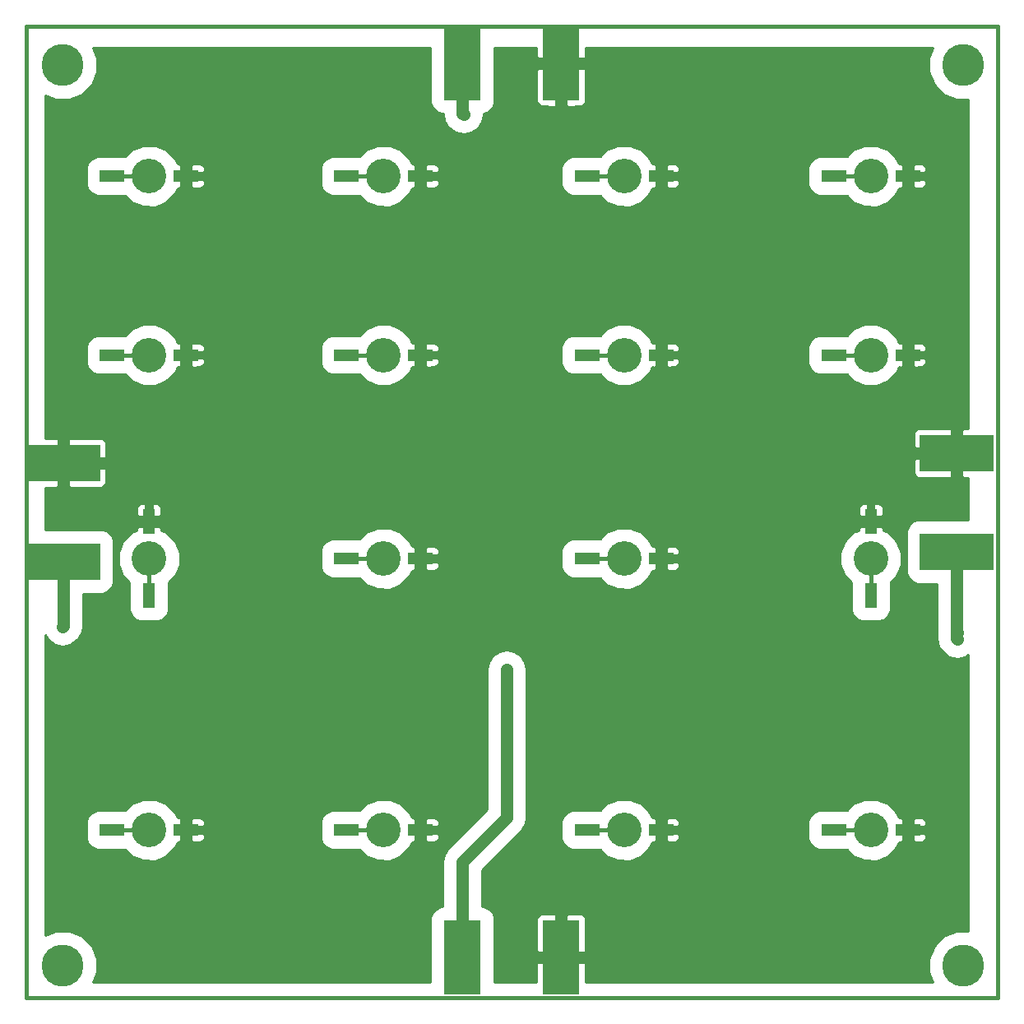
<source format=gbl>
G04 (created by PCBNEW-RS274X (2011-nov-30)-testing) date Sun 19 Aug 2012 05:26:13 PM EDT*
%MOIN*%
G04 Gerber Fmt 3.4, Leading zero omitted, Abs format*
%FSLAX34Y34*%
G01*
G70*
G90*
G04 APERTURE LIST*
%ADD10C,0.006*%
%ADD11C,0.015*%
%ADD12R,0.1X0.05*%
%ADD13C,0.14*%
%ADD14C,0.17*%
%ADD15R,0.3X0.15*%
%ADD16R,0.15X0.3*%
%ADD17R,0.05X0.1*%
%ADD18C,0.035*%
%ADD19C,0.05*%
%ADD20C,0.01*%
G04 APERTURE END LIST*
G54D10*
G54D11*
X24Y-53D02*
X24Y39317D01*
X39394Y-53D02*
X24Y-53D01*
X39394Y39317D02*
X39394Y-53D01*
X24Y39317D02*
X39394Y39317D01*
X3500Y6750D02*
X4290Y6750D01*
X32750Y6750D02*
X33540Y6750D01*
X22750Y26000D02*
X23540Y26000D01*
X32750Y26000D02*
X33540Y26000D01*
X13000Y17750D02*
X13790Y17750D01*
X22750Y17750D02*
X23540Y17750D01*
X3500Y33250D02*
X4290Y33250D01*
X22750Y33250D02*
X23540Y33250D01*
X13000Y33250D02*
X13790Y33250D01*
X32750Y33250D02*
X33540Y33250D01*
X13000Y6750D02*
X13790Y6750D01*
X22750Y6750D02*
X23540Y6750D01*
X5000Y16250D02*
X5000Y17040D01*
X34250Y16250D02*
X34250Y17040D01*
X3500Y26000D02*
X4290Y26000D01*
X13000Y26000D02*
X13790Y26000D01*
G54D12*
X6500Y6750D03*
G54D13*
X5000Y6750D03*
G54D12*
X3500Y6750D03*
X35750Y6750D03*
G54D13*
X34250Y6750D03*
G54D12*
X32750Y6750D03*
X25750Y26000D03*
G54D13*
X24250Y26000D03*
G54D12*
X22750Y26000D03*
G54D14*
X1500Y1250D03*
X38000Y1250D03*
X38000Y37750D03*
X1500Y37750D03*
G54D12*
X35750Y26000D03*
G54D13*
X34250Y26000D03*
G54D12*
X32750Y26000D03*
X16000Y17750D03*
G54D13*
X14500Y17750D03*
G54D12*
X13000Y17750D03*
X25750Y17750D03*
G54D13*
X24250Y17750D03*
G54D12*
X22750Y17750D03*
X6500Y33250D03*
G54D13*
X5000Y33250D03*
G54D12*
X3500Y33250D03*
X25750Y33250D03*
G54D13*
X24250Y33250D03*
G54D12*
X22750Y33250D03*
X16000Y33250D03*
G54D13*
X14500Y33250D03*
G54D12*
X13000Y33250D03*
X35750Y33250D03*
G54D13*
X34250Y33250D03*
G54D12*
X32750Y33250D03*
X16000Y6750D03*
G54D13*
X14500Y6750D03*
G54D12*
X13000Y6750D03*
G54D15*
X37744Y22026D03*
X37744Y18026D03*
G54D16*
X21709Y1596D03*
X17709Y1596D03*
X21709Y37817D03*
X17709Y37817D03*
G54D15*
X1524Y21632D03*
X1524Y17632D03*
G54D12*
X25750Y6750D03*
G54D13*
X24250Y6750D03*
G54D12*
X22750Y6750D03*
G54D17*
X5000Y19250D03*
G54D13*
X5000Y17750D03*
G54D17*
X5000Y16250D03*
X34250Y19250D03*
G54D13*
X34250Y17750D03*
G54D17*
X34250Y16250D03*
G54D12*
X6500Y26000D03*
G54D13*
X5000Y26000D03*
G54D12*
X3500Y26000D03*
X16000Y26000D03*
G54D13*
X14500Y26000D03*
G54D12*
X13000Y26000D03*
G54D18*
X19500Y13250D03*
X37750Y14500D03*
X17750Y35750D03*
X1500Y15000D03*
G54D19*
X17709Y1596D02*
X17709Y5459D01*
X19500Y7250D02*
X19500Y13250D01*
X17709Y5459D02*
X19500Y7250D01*
X37744Y15250D02*
X37744Y14506D01*
X37744Y14506D02*
X37750Y14500D01*
X37744Y18026D02*
X37744Y15250D01*
X37744Y15250D02*
X37744Y14756D01*
X37744Y14756D02*
X37750Y14750D01*
X17709Y37817D02*
X17709Y35791D01*
X17709Y35791D02*
X17750Y35750D01*
X1524Y17632D02*
X1524Y15024D01*
X1524Y15024D02*
X1500Y15000D01*
G54D10*
G36*
X38200Y2650D02*
X37723Y2650D01*
X37208Y2437D01*
X36814Y2044D01*
X36601Y1530D01*
X36600Y973D01*
X36765Y572D01*
X36500Y572D01*
X36500Y6563D01*
X36500Y6937D01*
X36499Y6951D01*
X36499Y7050D01*
X36461Y7141D01*
X36391Y7211D01*
X36299Y7249D01*
X36012Y7250D01*
X35950Y7188D01*
X35950Y6875D01*
X36438Y6875D01*
X36500Y6937D01*
X36500Y6563D01*
X36438Y6625D01*
X35950Y6625D01*
X35950Y6312D01*
X36012Y6250D01*
X36299Y6251D01*
X36391Y6289D01*
X36461Y6359D01*
X36499Y6450D01*
X36499Y6549D01*
X36500Y6563D01*
X36500Y572D01*
X35550Y572D01*
X35550Y6312D01*
X35550Y6500D01*
X35550Y6625D01*
X35550Y6875D01*
X35550Y7000D01*
X35550Y7188D01*
X35550Y25562D01*
X35550Y25750D01*
X35550Y25875D01*
X35550Y26125D01*
X35550Y26250D01*
X35550Y26438D01*
X35550Y32812D01*
X35550Y33000D01*
X35550Y33125D01*
X35550Y33375D01*
X35550Y33500D01*
X35550Y33688D01*
X35488Y33750D01*
X35395Y33750D01*
X35310Y33957D01*
X34959Y34309D01*
X34500Y34499D01*
X34003Y34500D01*
X33543Y34310D01*
X33281Y34049D01*
X33141Y34049D01*
X32141Y34049D01*
X31939Y33965D01*
X31785Y33811D01*
X31701Y33609D01*
X31701Y33391D01*
X31701Y32891D01*
X31785Y32689D01*
X31939Y32535D01*
X32141Y32451D01*
X32359Y32451D01*
X33281Y32451D01*
X33541Y32191D01*
X34000Y32001D01*
X34497Y32000D01*
X34957Y32190D01*
X35309Y32541D01*
X35395Y32751D01*
X35488Y32750D01*
X35550Y32812D01*
X35550Y26438D01*
X35488Y26500D01*
X35395Y26500D01*
X35310Y26707D01*
X34959Y27059D01*
X34500Y27249D01*
X34003Y27250D01*
X33543Y27060D01*
X33281Y26799D01*
X33141Y26799D01*
X32141Y26799D01*
X31939Y26715D01*
X31785Y26561D01*
X31701Y26359D01*
X31701Y26141D01*
X31701Y25641D01*
X31785Y25439D01*
X31939Y25285D01*
X32141Y25201D01*
X32359Y25201D01*
X33281Y25201D01*
X33541Y24941D01*
X34000Y24751D01*
X34497Y24750D01*
X34957Y24940D01*
X35309Y25291D01*
X35395Y25501D01*
X35488Y25500D01*
X35550Y25562D01*
X35550Y7188D01*
X35500Y7238D01*
X35500Y17997D01*
X35310Y18457D01*
X34959Y18809D01*
X34749Y18896D01*
X34750Y18988D01*
X34750Y19512D01*
X34749Y19799D01*
X34711Y19891D01*
X34641Y19961D01*
X34550Y19999D01*
X34451Y19999D01*
X34437Y20000D01*
X34375Y19938D01*
X34375Y19450D01*
X34688Y19450D01*
X34750Y19512D01*
X34750Y18988D01*
X34688Y19050D01*
X34500Y19050D01*
X34375Y19050D01*
X34125Y19050D01*
X34125Y19450D01*
X34125Y19938D01*
X34063Y20000D01*
X34049Y19999D01*
X33950Y19999D01*
X33859Y19961D01*
X33789Y19891D01*
X33751Y19799D01*
X33750Y19512D01*
X33812Y19450D01*
X34125Y19450D01*
X34125Y19050D01*
X34000Y19050D01*
X33812Y19050D01*
X33750Y18988D01*
X33750Y18896D01*
X33543Y18810D01*
X33191Y18459D01*
X33001Y18000D01*
X33000Y17503D01*
X33190Y17043D01*
X33451Y16782D01*
X33451Y16641D01*
X33451Y15641D01*
X33535Y15439D01*
X33689Y15285D01*
X33891Y15201D01*
X34109Y15201D01*
X34609Y15201D01*
X34811Y15285D01*
X34965Y15439D01*
X35049Y15641D01*
X35049Y15859D01*
X35049Y16782D01*
X35309Y17041D01*
X35499Y17500D01*
X35500Y17997D01*
X35500Y7238D01*
X35488Y7250D01*
X35395Y7250D01*
X35310Y7457D01*
X34959Y7809D01*
X34500Y7999D01*
X34003Y8000D01*
X33543Y7810D01*
X33281Y7549D01*
X33141Y7549D01*
X32141Y7549D01*
X31939Y7465D01*
X31785Y7311D01*
X31701Y7109D01*
X31701Y6891D01*
X31701Y6391D01*
X31785Y6189D01*
X31939Y6035D01*
X32141Y5951D01*
X32359Y5951D01*
X33281Y5951D01*
X33541Y5691D01*
X34000Y5501D01*
X34497Y5500D01*
X34957Y5690D01*
X35309Y6041D01*
X35395Y6251D01*
X35488Y6250D01*
X35550Y6312D01*
X35550Y572D01*
X26500Y572D01*
X26500Y6563D01*
X26500Y6937D01*
X26500Y17563D01*
X26500Y17937D01*
X26500Y25813D01*
X26500Y26187D01*
X26500Y33063D01*
X26500Y33437D01*
X26499Y33451D01*
X26499Y33550D01*
X26461Y33641D01*
X26391Y33711D01*
X26299Y33749D01*
X26012Y33750D01*
X25950Y33688D01*
X25950Y33375D01*
X26438Y33375D01*
X26500Y33437D01*
X26500Y33063D01*
X26438Y33125D01*
X25950Y33125D01*
X25950Y32812D01*
X26012Y32750D01*
X26299Y32751D01*
X26391Y32789D01*
X26461Y32859D01*
X26499Y32950D01*
X26499Y33049D01*
X26500Y33063D01*
X26500Y26187D01*
X26499Y26201D01*
X26499Y26300D01*
X26461Y26391D01*
X26391Y26461D01*
X26299Y26499D01*
X26012Y26500D01*
X25950Y26438D01*
X25950Y26125D01*
X26438Y26125D01*
X26500Y26187D01*
X26500Y25813D01*
X26438Y25875D01*
X25950Y25875D01*
X25950Y25562D01*
X26012Y25500D01*
X26299Y25501D01*
X26391Y25539D01*
X26461Y25609D01*
X26499Y25700D01*
X26499Y25799D01*
X26500Y25813D01*
X26500Y17937D01*
X26499Y17951D01*
X26499Y18050D01*
X26461Y18141D01*
X26391Y18211D01*
X26299Y18249D01*
X26012Y18250D01*
X25950Y18188D01*
X25950Y17875D01*
X26438Y17875D01*
X26500Y17937D01*
X26500Y17563D01*
X26438Y17625D01*
X25950Y17625D01*
X25950Y17312D01*
X26012Y17250D01*
X26299Y17251D01*
X26391Y17289D01*
X26461Y17359D01*
X26499Y17450D01*
X26499Y17549D01*
X26500Y17563D01*
X26500Y6937D01*
X26499Y6951D01*
X26499Y7050D01*
X26461Y7141D01*
X26391Y7211D01*
X26299Y7249D01*
X26012Y7250D01*
X25950Y7188D01*
X25950Y6875D01*
X26438Y6875D01*
X26500Y6937D01*
X26500Y6563D01*
X26438Y6625D01*
X25950Y6625D01*
X25950Y6312D01*
X26012Y6250D01*
X26299Y6251D01*
X26391Y6289D01*
X26461Y6359D01*
X26499Y6450D01*
X26499Y6549D01*
X26500Y6563D01*
X26500Y572D01*
X25550Y572D01*
X25550Y6312D01*
X25550Y6500D01*
X25550Y6625D01*
X25550Y6875D01*
X25550Y7000D01*
X25550Y7188D01*
X25550Y17312D01*
X25550Y17500D01*
X25550Y17625D01*
X25550Y17875D01*
X25550Y18000D01*
X25550Y18188D01*
X25550Y25562D01*
X25550Y25750D01*
X25550Y25875D01*
X25550Y26125D01*
X25550Y26250D01*
X25550Y26438D01*
X25550Y32812D01*
X25550Y33000D01*
X25550Y33125D01*
X25550Y33375D01*
X25550Y33500D01*
X25550Y33688D01*
X25488Y33750D01*
X25395Y33750D01*
X25310Y33957D01*
X24959Y34309D01*
X24500Y34499D01*
X24003Y34500D01*
X23543Y34310D01*
X23281Y34049D01*
X23141Y34049D01*
X22709Y34049D01*
X22709Y37555D01*
X22647Y37617D01*
X21909Y37617D01*
X21909Y36129D01*
X21971Y36067D01*
X22508Y36068D01*
X22600Y36106D01*
X22670Y36176D01*
X22708Y36267D01*
X22708Y36366D01*
X22709Y37555D01*
X22709Y34049D01*
X22141Y34049D01*
X21939Y33965D01*
X21785Y33811D01*
X21701Y33609D01*
X21701Y33391D01*
X21701Y32891D01*
X21785Y32689D01*
X21939Y32535D01*
X22141Y32451D01*
X22359Y32451D01*
X23281Y32451D01*
X23541Y32191D01*
X24000Y32001D01*
X24497Y32000D01*
X24957Y32190D01*
X25309Y32541D01*
X25395Y32751D01*
X25488Y32750D01*
X25550Y32812D01*
X25550Y26438D01*
X25488Y26500D01*
X25395Y26500D01*
X25310Y26707D01*
X24959Y27059D01*
X24500Y27249D01*
X24003Y27250D01*
X23543Y27060D01*
X23281Y26799D01*
X23141Y26799D01*
X22141Y26799D01*
X21939Y26715D01*
X21785Y26561D01*
X21701Y26359D01*
X21701Y26141D01*
X21701Y25641D01*
X21785Y25439D01*
X21939Y25285D01*
X22141Y25201D01*
X22359Y25201D01*
X23281Y25201D01*
X23541Y24941D01*
X24000Y24751D01*
X24497Y24750D01*
X24957Y24940D01*
X25309Y25291D01*
X25395Y25501D01*
X25488Y25500D01*
X25550Y25562D01*
X25550Y18188D01*
X25488Y18250D01*
X25395Y18250D01*
X25310Y18457D01*
X24959Y18809D01*
X24500Y18999D01*
X24003Y19000D01*
X23543Y18810D01*
X23281Y18549D01*
X23141Y18549D01*
X22141Y18549D01*
X21939Y18465D01*
X21785Y18311D01*
X21701Y18109D01*
X21701Y17891D01*
X21701Y17391D01*
X21785Y17189D01*
X21939Y17035D01*
X22141Y16951D01*
X22359Y16951D01*
X23281Y16951D01*
X23541Y16691D01*
X24000Y16501D01*
X24497Y16500D01*
X24957Y16690D01*
X25309Y17041D01*
X25395Y17251D01*
X25488Y17250D01*
X25550Y17312D01*
X25550Y7188D01*
X25488Y7250D01*
X25395Y7250D01*
X25310Y7457D01*
X24959Y7809D01*
X24500Y7999D01*
X24003Y8000D01*
X23543Y7810D01*
X23281Y7549D01*
X23141Y7549D01*
X22141Y7549D01*
X21939Y7465D01*
X21785Y7311D01*
X21701Y7109D01*
X21701Y6891D01*
X21701Y6391D01*
X21785Y6189D01*
X21939Y6035D01*
X22141Y5951D01*
X22359Y5951D01*
X23281Y5951D01*
X23541Y5691D01*
X24000Y5501D01*
X24497Y5500D01*
X24957Y5690D01*
X25309Y6041D01*
X25395Y6251D01*
X25488Y6250D01*
X25550Y6312D01*
X25550Y572D01*
X22708Y572D01*
X22709Y1334D01*
X22709Y1858D01*
X22708Y3047D01*
X22708Y3146D01*
X22670Y3237D01*
X22600Y3307D01*
X22508Y3345D01*
X21971Y3346D01*
X21909Y3284D01*
X21909Y1796D01*
X22647Y1796D01*
X22709Y1858D01*
X22709Y1334D01*
X22647Y1396D01*
X21959Y1396D01*
X21909Y1396D01*
X21509Y1396D01*
X21509Y1796D01*
X21509Y3284D01*
X21509Y36129D01*
X21509Y37617D01*
X20771Y37617D01*
X20709Y37555D01*
X20710Y36366D01*
X20710Y36267D01*
X20748Y36176D01*
X20818Y36106D01*
X20910Y36068D01*
X21447Y36067D01*
X21509Y36129D01*
X21509Y3284D01*
X21447Y3346D01*
X20910Y3345D01*
X20818Y3307D01*
X20748Y3237D01*
X20710Y3146D01*
X20710Y3047D01*
X20709Y1858D01*
X20771Y1796D01*
X21509Y1796D01*
X21509Y1396D01*
X21459Y1396D01*
X20771Y1396D01*
X20709Y1334D01*
X20709Y572D01*
X19008Y572D01*
X19008Y3205D01*
X18924Y3407D01*
X18770Y3561D01*
X18568Y3645D01*
X18509Y3645D01*
X18509Y5128D01*
X20063Y6683D01*
X20065Y6684D01*
X20066Y6684D01*
X20238Y6943D01*
X20239Y6944D01*
X20287Y7188D01*
X20300Y7249D01*
X20299Y7250D01*
X20300Y7250D01*
X20300Y13250D01*
X20239Y13556D01*
X20066Y13816D01*
X19806Y13989D01*
X19500Y14050D01*
X19194Y13989D01*
X18934Y13816D01*
X18761Y13556D01*
X18700Y13250D01*
X18700Y7582D01*
X17143Y6025D01*
X16970Y5765D01*
X16909Y5459D01*
X16909Y3645D01*
X16850Y3645D01*
X16750Y3604D01*
X16750Y6563D01*
X16750Y6937D01*
X16750Y17563D01*
X16750Y17937D01*
X16750Y25813D01*
X16750Y26187D01*
X16750Y33063D01*
X16750Y33437D01*
X16749Y33451D01*
X16749Y33550D01*
X16711Y33641D01*
X16641Y33711D01*
X16549Y33749D01*
X16262Y33750D01*
X16200Y33688D01*
X16200Y33375D01*
X16688Y33375D01*
X16750Y33437D01*
X16750Y33063D01*
X16688Y33125D01*
X16200Y33125D01*
X16200Y32812D01*
X16262Y32750D01*
X16549Y32751D01*
X16641Y32789D01*
X16711Y32859D01*
X16749Y32950D01*
X16749Y33049D01*
X16750Y33063D01*
X16750Y26187D01*
X16749Y26201D01*
X16749Y26300D01*
X16711Y26391D01*
X16641Y26461D01*
X16549Y26499D01*
X16262Y26500D01*
X16200Y26438D01*
X16200Y26125D01*
X16688Y26125D01*
X16750Y26187D01*
X16750Y25813D01*
X16688Y25875D01*
X16200Y25875D01*
X16200Y25562D01*
X16262Y25500D01*
X16549Y25501D01*
X16641Y25539D01*
X16711Y25609D01*
X16749Y25700D01*
X16749Y25799D01*
X16750Y25813D01*
X16750Y17937D01*
X16749Y17951D01*
X16749Y18050D01*
X16711Y18141D01*
X16641Y18211D01*
X16549Y18249D01*
X16262Y18250D01*
X16200Y18188D01*
X16200Y17875D01*
X16688Y17875D01*
X16750Y17937D01*
X16750Y17563D01*
X16688Y17625D01*
X16200Y17625D01*
X16200Y17312D01*
X16262Y17250D01*
X16549Y17251D01*
X16641Y17289D01*
X16711Y17359D01*
X16749Y17450D01*
X16749Y17549D01*
X16750Y17563D01*
X16750Y6937D01*
X16749Y6951D01*
X16749Y7050D01*
X16711Y7141D01*
X16641Y7211D01*
X16549Y7249D01*
X16262Y7250D01*
X16200Y7188D01*
X16200Y6875D01*
X16688Y6875D01*
X16750Y6937D01*
X16750Y6563D01*
X16688Y6625D01*
X16200Y6625D01*
X16200Y6312D01*
X16262Y6250D01*
X16549Y6251D01*
X16641Y6289D01*
X16711Y6359D01*
X16749Y6450D01*
X16749Y6549D01*
X16750Y6563D01*
X16750Y3604D01*
X16648Y3561D01*
X16494Y3407D01*
X16410Y3205D01*
X16410Y2987D01*
X16410Y572D01*
X15800Y572D01*
X15800Y6312D01*
X15800Y6500D01*
X15800Y6625D01*
X15800Y6875D01*
X15800Y7000D01*
X15800Y7188D01*
X15800Y17312D01*
X15800Y17500D01*
X15800Y17625D01*
X15800Y17875D01*
X15800Y18000D01*
X15800Y18188D01*
X15800Y25562D01*
X15800Y25750D01*
X15800Y25875D01*
X15800Y26125D01*
X15800Y26250D01*
X15800Y26438D01*
X15800Y32812D01*
X15800Y33000D01*
X15800Y33125D01*
X15800Y33375D01*
X15800Y33500D01*
X15800Y33688D01*
X15738Y33750D01*
X15645Y33750D01*
X15560Y33957D01*
X15209Y34309D01*
X14750Y34499D01*
X14253Y34500D01*
X13793Y34310D01*
X13531Y34049D01*
X13391Y34049D01*
X12391Y34049D01*
X12189Y33965D01*
X12035Y33811D01*
X11951Y33609D01*
X11951Y33391D01*
X11951Y32891D01*
X12035Y32689D01*
X12189Y32535D01*
X12391Y32451D01*
X12609Y32451D01*
X13531Y32451D01*
X13791Y32191D01*
X14250Y32001D01*
X14747Y32000D01*
X15207Y32190D01*
X15559Y32541D01*
X15645Y32751D01*
X15738Y32750D01*
X15800Y32812D01*
X15800Y26438D01*
X15738Y26500D01*
X15645Y26500D01*
X15560Y26707D01*
X15209Y27059D01*
X14750Y27249D01*
X14253Y27250D01*
X13793Y27060D01*
X13531Y26799D01*
X13391Y26799D01*
X12391Y26799D01*
X12189Y26715D01*
X12035Y26561D01*
X11951Y26359D01*
X11951Y26141D01*
X11951Y25641D01*
X12035Y25439D01*
X12189Y25285D01*
X12391Y25201D01*
X12609Y25201D01*
X13531Y25201D01*
X13791Y24941D01*
X14250Y24751D01*
X14747Y24750D01*
X15207Y24940D01*
X15559Y25291D01*
X15645Y25501D01*
X15738Y25500D01*
X15800Y25562D01*
X15800Y18188D01*
X15738Y18250D01*
X15645Y18250D01*
X15560Y18457D01*
X15209Y18809D01*
X14750Y18999D01*
X14253Y19000D01*
X13793Y18810D01*
X13531Y18549D01*
X13391Y18549D01*
X12391Y18549D01*
X12189Y18465D01*
X12035Y18311D01*
X11951Y18109D01*
X11951Y17891D01*
X11951Y17391D01*
X12035Y17189D01*
X12189Y17035D01*
X12391Y16951D01*
X12609Y16951D01*
X13531Y16951D01*
X13791Y16691D01*
X14250Y16501D01*
X14747Y16500D01*
X15207Y16690D01*
X15559Y17041D01*
X15645Y17251D01*
X15738Y17250D01*
X15800Y17312D01*
X15800Y7188D01*
X15738Y7250D01*
X15645Y7250D01*
X15560Y7457D01*
X15209Y7809D01*
X14750Y7999D01*
X14253Y8000D01*
X13793Y7810D01*
X13531Y7549D01*
X13391Y7549D01*
X12391Y7549D01*
X12189Y7465D01*
X12035Y7311D01*
X11951Y7109D01*
X11951Y6891D01*
X11951Y6391D01*
X12035Y6189D01*
X12189Y6035D01*
X12391Y5951D01*
X12609Y5951D01*
X13531Y5951D01*
X13791Y5691D01*
X14250Y5501D01*
X14747Y5500D01*
X15207Y5690D01*
X15559Y6041D01*
X15645Y6251D01*
X15738Y6250D01*
X15800Y6312D01*
X15800Y572D01*
X7250Y572D01*
X7250Y6563D01*
X7250Y6937D01*
X7250Y25813D01*
X7250Y26187D01*
X7250Y33063D01*
X7250Y33437D01*
X7249Y33451D01*
X7249Y33550D01*
X7211Y33641D01*
X7141Y33711D01*
X7049Y33749D01*
X6762Y33750D01*
X6700Y33688D01*
X6700Y33375D01*
X7188Y33375D01*
X7250Y33437D01*
X7250Y33063D01*
X7188Y33125D01*
X6700Y33125D01*
X6700Y32812D01*
X6762Y32750D01*
X7049Y32751D01*
X7141Y32789D01*
X7211Y32859D01*
X7249Y32950D01*
X7249Y33049D01*
X7250Y33063D01*
X7250Y26187D01*
X7249Y26201D01*
X7249Y26300D01*
X7211Y26391D01*
X7141Y26461D01*
X7049Y26499D01*
X6762Y26500D01*
X6700Y26438D01*
X6700Y26125D01*
X7188Y26125D01*
X7250Y26187D01*
X7250Y25813D01*
X7188Y25875D01*
X6700Y25875D01*
X6700Y25562D01*
X6762Y25500D01*
X7049Y25501D01*
X7141Y25539D01*
X7211Y25609D01*
X7249Y25700D01*
X7249Y25799D01*
X7250Y25813D01*
X7250Y6937D01*
X7249Y6951D01*
X7249Y7050D01*
X7211Y7141D01*
X7141Y7211D01*
X7049Y7249D01*
X6762Y7250D01*
X6700Y7188D01*
X6700Y6875D01*
X7188Y6875D01*
X7250Y6937D01*
X7250Y6563D01*
X7188Y6625D01*
X6700Y6625D01*
X6700Y6312D01*
X6762Y6250D01*
X7049Y6251D01*
X7141Y6289D01*
X7211Y6359D01*
X7249Y6450D01*
X7249Y6549D01*
X7250Y6563D01*
X7250Y572D01*
X6300Y572D01*
X6300Y6312D01*
X6300Y6500D01*
X6300Y6625D01*
X6300Y6875D01*
X6300Y7000D01*
X6300Y7188D01*
X6300Y25562D01*
X6300Y25750D01*
X6300Y25875D01*
X6300Y26125D01*
X6300Y26250D01*
X6300Y26438D01*
X6300Y32812D01*
X6300Y33000D01*
X6300Y33125D01*
X6300Y33375D01*
X6300Y33500D01*
X6300Y33688D01*
X6238Y33750D01*
X6145Y33750D01*
X6060Y33957D01*
X5709Y34309D01*
X5250Y34499D01*
X4753Y34500D01*
X4293Y34310D01*
X4031Y34049D01*
X3891Y34049D01*
X2891Y34049D01*
X2689Y33965D01*
X2535Y33811D01*
X2451Y33609D01*
X2451Y33391D01*
X2451Y32891D01*
X2535Y32689D01*
X2689Y32535D01*
X2891Y32451D01*
X3109Y32451D01*
X4031Y32451D01*
X4291Y32191D01*
X4750Y32001D01*
X5247Y32000D01*
X5707Y32190D01*
X6059Y32541D01*
X6145Y32751D01*
X6238Y32750D01*
X6300Y32812D01*
X6300Y26438D01*
X6238Y26500D01*
X6145Y26500D01*
X6060Y26707D01*
X5709Y27059D01*
X5250Y27249D01*
X4753Y27250D01*
X4293Y27060D01*
X4031Y26799D01*
X3891Y26799D01*
X2891Y26799D01*
X2689Y26715D01*
X2535Y26561D01*
X2451Y26359D01*
X2451Y26141D01*
X2451Y25641D01*
X2535Y25439D01*
X2689Y25285D01*
X2891Y25201D01*
X3109Y25201D01*
X4031Y25201D01*
X4291Y24941D01*
X4750Y24751D01*
X5247Y24750D01*
X5707Y24940D01*
X6059Y25291D01*
X6145Y25501D01*
X6238Y25500D01*
X6300Y25562D01*
X6300Y7188D01*
X6250Y7238D01*
X6250Y17997D01*
X6060Y18457D01*
X5709Y18809D01*
X5499Y18896D01*
X5500Y18988D01*
X5500Y19512D01*
X5499Y19799D01*
X5461Y19891D01*
X5391Y19961D01*
X5300Y19999D01*
X5201Y19999D01*
X5187Y20000D01*
X5125Y19938D01*
X5125Y19450D01*
X5438Y19450D01*
X5500Y19512D01*
X5500Y18988D01*
X5438Y19050D01*
X5250Y19050D01*
X5125Y19050D01*
X4875Y19050D01*
X4875Y19450D01*
X4875Y19938D01*
X4813Y20000D01*
X4799Y19999D01*
X4700Y19999D01*
X4609Y19961D01*
X4539Y19891D01*
X4501Y19799D01*
X4500Y19512D01*
X4562Y19450D01*
X4875Y19450D01*
X4875Y19050D01*
X4750Y19050D01*
X4562Y19050D01*
X4500Y18988D01*
X4500Y18896D01*
X4293Y18810D01*
X3941Y18459D01*
X3751Y18000D01*
X3750Y17503D01*
X3940Y17043D01*
X4201Y16782D01*
X4201Y16641D01*
X4201Y15641D01*
X4285Y15439D01*
X4439Y15285D01*
X4641Y15201D01*
X4859Y15201D01*
X5359Y15201D01*
X5561Y15285D01*
X5715Y15439D01*
X5799Y15641D01*
X5799Y15859D01*
X5799Y16782D01*
X6059Y17041D01*
X6249Y17500D01*
X6250Y17997D01*
X6250Y7238D01*
X6238Y7250D01*
X6145Y7250D01*
X6060Y7457D01*
X5709Y7809D01*
X5250Y7999D01*
X4753Y8000D01*
X4293Y7810D01*
X4031Y7549D01*
X3891Y7549D01*
X2891Y7549D01*
X2689Y7465D01*
X2535Y7311D01*
X2451Y7109D01*
X2451Y6891D01*
X2451Y6391D01*
X2535Y6189D01*
X2689Y6035D01*
X2891Y5951D01*
X3109Y5951D01*
X4031Y5951D01*
X4291Y5691D01*
X4750Y5501D01*
X5247Y5500D01*
X5707Y5690D01*
X6059Y6041D01*
X6145Y6251D01*
X6238Y6250D01*
X6300Y6312D01*
X6300Y572D01*
X2734Y572D01*
X2899Y970D01*
X2900Y1527D01*
X2687Y2042D01*
X2294Y2436D01*
X1780Y2649D01*
X1223Y2650D01*
X800Y2476D01*
X800Y14636D01*
X934Y14434D01*
X1194Y14261D01*
X1500Y14200D01*
X1806Y14261D01*
X2066Y14434D01*
X2087Y14457D01*
X2089Y14458D01*
X2090Y14458D01*
X2262Y14717D01*
X2263Y14718D01*
X2311Y14962D01*
X2324Y15023D01*
X2323Y15024D01*
X2324Y15024D01*
X2324Y16333D01*
X3133Y16333D01*
X3335Y16417D01*
X3489Y16571D01*
X3573Y16773D01*
X3573Y16991D01*
X3573Y18491D01*
X3489Y18693D01*
X3335Y18847D01*
X3274Y18873D01*
X3274Y21370D01*
X3274Y21894D01*
X3273Y22431D01*
X3235Y22523D01*
X3165Y22593D01*
X3074Y22631D01*
X2975Y22631D01*
X1786Y22632D01*
X1724Y22570D01*
X1724Y21832D01*
X3212Y21832D01*
X3274Y21894D01*
X3274Y21370D01*
X3212Y21432D01*
X1724Y21432D01*
X1724Y20694D01*
X1786Y20632D01*
X2975Y20633D01*
X3074Y20633D01*
X3165Y20671D01*
X3235Y20741D01*
X3273Y20833D01*
X3274Y21370D01*
X3274Y18873D01*
X3133Y18931D01*
X2915Y18931D01*
X800Y18931D01*
X800Y20633D01*
X1262Y20632D01*
X1324Y20694D01*
X1324Y21382D01*
X1324Y21432D01*
X1324Y21832D01*
X1324Y21882D01*
X1324Y22570D01*
X1262Y22632D01*
X800Y22632D01*
X800Y36526D01*
X1220Y36351D01*
X1777Y36350D01*
X2292Y36563D01*
X2686Y36956D01*
X2899Y37470D01*
X2900Y38027D01*
X2725Y38450D01*
X16410Y38450D01*
X16410Y36208D01*
X16494Y36006D01*
X16648Y35852D01*
X16850Y35768D01*
X16913Y35768D01*
X16970Y35485D01*
X17143Y35225D01*
X17184Y35185D01*
X17443Y35012D01*
X17749Y34950D01*
X18055Y35012D01*
X18315Y35185D01*
X18488Y35445D01*
X18550Y35751D01*
X18546Y35768D01*
X18568Y35768D01*
X18770Y35852D01*
X18924Y36006D01*
X19008Y36208D01*
X19008Y36426D01*
X19008Y38450D01*
X20709Y38450D01*
X20709Y38079D01*
X20771Y38017D01*
X21459Y38017D01*
X21509Y38017D01*
X21909Y38017D01*
X21959Y38017D01*
X22647Y38017D01*
X22709Y38079D01*
X22708Y38450D01*
X36775Y38450D01*
X36601Y38030D01*
X36600Y37473D01*
X36813Y36958D01*
X37206Y36564D01*
X37720Y36351D01*
X38200Y36351D01*
X38200Y23026D01*
X38006Y23026D01*
X37944Y22964D01*
X37944Y22276D01*
X37944Y22226D01*
X37944Y21826D01*
X37944Y21776D01*
X37944Y21088D01*
X38006Y21026D01*
X38200Y21027D01*
X38200Y19325D01*
X37544Y19325D01*
X37544Y21088D01*
X37544Y21826D01*
X37544Y22226D01*
X37544Y22964D01*
X37482Y23026D01*
X36500Y23026D01*
X36500Y25813D01*
X36500Y26187D01*
X36500Y33063D01*
X36500Y33437D01*
X36499Y33451D01*
X36499Y33550D01*
X36461Y33641D01*
X36391Y33711D01*
X36299Y33749D01*
X36012Y33750D01*
X35950Y33688D01*
X35950Y33375D01*
X36438Y33375D01*
X36500Y33437D01*
X36500Y33063D01*
X36438Y33125D01*
X35950Y33125D01*
X35950Y32812D01*
X36012Y32750D01*
X36299Y32751D01*
X36391Y32789D01*
X36461Y32859D01*
X36499Y32950D01*
X36499Y33049D01*
X36500Y33063D01*
X36500Y26187D01*
X36499Y26201D01*
X36499Y26300D01*
X36461Y26391D01*
X36391Y26461D01*
X36299Y26499D01*
X36012Y26500D01*
X35950Y26438D01*
X35950Y26125D01*
X36438Y26125D01*
X36500Y26187D01*
X36500Y25813D01*
X36438Y25875D01*
X35950Y25875D01*
X35950Y25562D01*
X36012Y25500D01*
X36299Y25501D01*
X36391Y25539D01*
X36461Y25609D01*
X36499Y25700D01*
X36499Y25799D01*
X36500Y25813D01*
X36500Y23026D01*
X36293Y23025D01*
X36194Y23025D01*
X36103Y22987D01*
X36033Y22917D01*
X35995Y22825D01*
X35994Y22288D01*
X36056Y22226D01*
X37544Y22226D01*
X37544Y21826D01*
X36056Y21826D01*
X35994Y21764D01*
X35995Y21227D01*
X36033Y21135D01*
X36103Y21065D01*
X36194Y21027D01*
X36293Y21027D01*
X37482Y21026D01*
X37544Y21088D01*
X37544Y19325D01*
X36135Y19325D01*
X35933Y19241D01*
X35779Y19087D01*
X35695Y18885D01*
X35695Y18667D01*
X35695Y17167D01*
X35779Y16965D01*
X35933Y16811D01*
X36135Y16727D01*
X36353Y16727D01*
X36944Y16727D01*
X36944Y15250D01*
X36944Y14756D01*
X36944Y14506D01*
X37005Y14200D01*
X37178Y13940D01*
X37184Y13935D01*
X37443Y13761D01*
X37750Y13700D01*
X38056Y13761D01*
X38200Y13858D01*
X38200Y2650D01*
X38200Y2650D01*
G37*
G54D20*
X38200Y2650D02*
X37723Y2650D01*
X37208Y2437D01*
X36814Y2044D01*
X36601Y1530D01*
X36600Y973D01*
X36765Y572D01*
X36500Y572D01*
X36500Y6563D01*
X36500Y6937D01*
X36499Y6951D01*
X36499Y7050D01*
X36461Y7141D01*
X36391Y7211D01*
X36299Y7249D01*
X36012Y7250D01*
X35950Y7188D01*
X35950Y6875D01*
X36438Y6875D01*
X36500Y6937D01*
X36500Y6563D01*
X36438Y6625D01*
X35950Y6625D01*
X35950Y6312D01*
X36012Y6250D01*
X36299Y6251D01*
X36391Y6289D01*
X36461Y6359D01*
X36499Y6450D01*
X36499Y6549D01*
X36500Y6563D01*
X36500Y572D01*
X35550Y572D01*
X35550Y6312D01*
X35550Y6500D01*
X35550Y6625D01*
X35550Y6875D01*
X35550Y7000D01*
X35550Y7188D01*
X35550Y25562D01*
X35550Y25750D01*
X35550Y25875D01*
X35550Y26125D01*
X35550Y26250D01*
X35550Y26438D01*
X35550Y32812D01*
X35550Y33000D01*
X35550Y33125D01*
X35550Y33375D01*
X35550Y33500D01*
X35550Y33688D01*
X35488Y33750D01*
X35395Y33750D01*
X35310Y33957D01*
X34959Y34309D01*
X34500Y34499D01*
X34003Y34500D01*
X33543Y34310D01*
X33281Y34049D01*
X33141Y34049D01*
X32141Y34049D01*
X31939Y33965D01*
X31785Y33811D01*
X31701Y33609D01*
X31701Y33391D01*
X31701Y32891D01*
X31785Y32689D01*
X31939Y32535D01*
X32141Y32451D01*
X32359Y32451D01*
X33281Y32451D01*
X33541Y32191D01*
X34000Y32001D01*
X34497Y32000D01*
X34957Y32190D01*
X35309Y32541D01*
X35395Y32751D01*
X35488Y32750D01*
X35550Y32812D01*
X35550Y26438D01*
X35488Y26500D01*
X35395Y26500D01*
X35310Y26707D01*
X34959Y27059D01*
X34500Y27249D01*
X34003Y27250D01*
X33543Y27060D01*
X33281Y26799D01*
X33141Y26799D01*
X32141Y26799D01*
X31939Y26715D01*
X31785Y26561D01*
X31701Y26359D01*
X31701Y26141D01*
X31701Y25641D01*
X31785Y25439D01*
X31939Y25285D01*
X32141Y25201D01*
X32359Y25201D01*
X33281Y25201D01*
X33541Y24941D01*
X34000Y24751D01*
X34497Y24750D01*
X34957Y24940D01*
X35309Y25291D01*
X35395Y25501D01*
X35488Y25500D01*
X35550Y25562D01*
X35550Y7188D01*
X35500Y7238D01*
X35500Y17997D01*
X35310Y18457D01*
X34959Y18809D01*
X34749Y18896D01*
X34750Y18988D01*
X34750Y19512D01*
X34749Y19799D01*
X34711Y19891D01*
X34641Y19961D01*
X34550Y19999D01*
X34451Y19999D01*
X34437Y20000D01*
X34375Y19938D01*
X34375Y19450D01*
X34688Y19450D01*
X34750Y19512D01*
X34750Y18988D01*
X34688Y19050D01*
X34500Y19050D01*
X34375Y19050D01*
X34125Y19050D01*
X34125Y19450D01*
X34125Y19938D01*
X34063Y20000D01*
X34049Y19999D01*
X33950Y19999D01*
X33859Y19961D01*
X33789Y19891D01*
X33751Y19799D01*
X33750Y19512D01*
X33812Y19450D01*
X34125Y19450D01*
X34125Y19050D01*
X34000Y19050D01*
X33812Y19050D01*
X33750Y18988D01*
X33750Y18896D01*
X33543Y18810D01*
X33191Y18459D01*
X33001Y18000D01*
X33000Y17503D01*
X33190Y17043D01*
X33451Y16782D01*
X33451Y16641D01*
X33451Y15641D01*
X33535Y15439D01*
X33689Y15285D01*
X33891Y15201D01*
X34109Y15201D01*
X34609Y15201D01*
X34811Y15285D01*
X34965Y15439D01*
X35049Y15641D01*
X35049Y15859D01*
X35049Y16782D01*
X35309Y17041D01*
X35499Y17500D01*
X35500Y17997D01*
X35500Y7238D01*
X35488Y7250D01*
X35395Y7250D01*
X35310Y7457D01*
X34959Y7809D01*
X34500Y7999D01*
X34003Y8000D01*
X33543Y7810D01*
X33281Y7549D01*
X33141Y7549D01*
X32141Y7549D01*
X31939Y7465D01*
X31785Y7311D01*
X31701Y7109D01*
X31701Y6891D01*
X31701Y6391D01*
X31785Y6189D01*
X31939Y6035D01*
X32141Y5951D01*
X32359Y5951D01*
X33281Y5951D01*
X33541Y5691D01*
X34000Y5501D01*
X34497Y5500D01*
X34957Y5690D01*
X35309Y6041D01*
X35395Y6251D01*
X35488Y6250D01*
X35550Y6312D01*
X35550Y572D01*
X26500Y572D01*
X26500Y6563D01*
X26500Y6937D01*
X26500Y17563D01*
X26500Y17937D01*
X26500Y25813D01*
X26500Y26187D01*
X26500Y33063D01*
X26500Y33437D01*
X26499Y33451D01*
X26499Y33550D01*
X26461Y33641D01*
X26391Y33711D01*
X26299Y33749D01*
X26012Y33750D01*
X25950Y33688D01*
X25950Y33375D01*
X26438Y33375D01*
X26500Y33437D01*
X26500Y33063D01*
X26438Y33125D01*
X25950Y33125D01*
X25950Y32812D01*
X26012Y32750D01*
X26299Y32751D01*
X26391Y32789D01*
X26461Y32859D01*
X26499Y32950D01*
X26499Y33049D01*
X26500Y33063D01*
X26500Y26187D01*
X26499Y26201D01*
X26499Y26300D01*
X26461Y26391D01*
X26391Y26461D01*
X26299Y26499D01*
X26012Y26500D01*
X25950Y26438D01*
X25950Y26125D01*
X26438Y26125D01*
X26500Y26187D01*
X26500Y25813D01*
X26438Y25875D01*
X25950Y25875D01*
X25950Y25562D01*
X26012Y25500D01*
X26299Y25501D01*
X26391Y25539D01*
X26461Y25609D01*
X26499Y25700D01*
X26499Y25799D01*
X26500Y25813D01*
X26500Y17937D01*
X26499Y17951D01*
X26499Y18050D01*
X26461Y18141D01*
X26391Y18211D01*
X26299Y18249D01*
X26012Y18250D01*
X25950Y18188D01*
X25950Y17875D01*
X26438Y17875D01*
X26500Y17937D01*
X26500Y17563D01*
X26438Y17625D01*
X25950Y17625D01*
X25950Y17312D01*
X26012Y17250D01*
X26299Y17251D01*
X26391Y17289D01*
X26461Y17359D01*
X26499Y17450D01*
X26499Y17549D01*
X26500Y17563D01*
X26500Y6937D01*
X26499Y6951D01*
X26499Y7050D01*
X26461Y7141D01*
X26391Y7211D01*
X26299Y7249D01*
X26012Y7250D01*
X25950Y7188D01*
X25950Y6875D01*
X26438Y6875D01*
X26500Y6937D01*
X26500Y6563D01*
X26438Y6625D01*
X25950Y6625D01*
X25950Y6312D01*
X26012Y6250D01*
X26299Y6251D01*
X26391Y6289D01*
X26461Y6359D01*
X26499Y6450D01*
X26499Y6549D01*
X26500Y6563D01*
X26500Y572D01*
X25550Y572D01*
X25550Y6312D01*
X25550Y6500D01*
X25550Y6625D01*
X25550Y6875D01*
X25550Y7000D01*
X25550Y7188D01*
X25550Y17312D01*
X25550Y17500D01*
X25550Y17625D01*
X25550Y17875D01*
X25550Y18000D01*
X25550Y18188D01*
X25550Y25562D01*
X25550Y25750D01*
X25550Y25875D01*
X25550Y26125D01*
X25550Y26250D01*
X25550Y26438D01*
X25550Y32812D01*
X25550Y33000D01*
X25550Y33125D01*
X25550Y33375D01*
X25550Y33500D01*
X25550Y33688D01*
X25488Y33750D01*
X25395Y33750D01*
X25310Y33957D01*
X24959Y34309D01*
X24500Y34499D01*
X24003Y34500D01*
X23543Y34310D01*
X23281Y34049D01*
X23141Y34049D01*
X22709Y34049D01*
X22709Y37555D01*
X22647Y37617D01*
X21909Y37617D01*
X21909Y36129D01*
X21971Y36067D01*
X22508Y36068D01*
X22600Y36106D01*
X22670Y36176D01*
X22708Y36267D01*
X22708Y36366D01*
X22709Y37555D01*
X22709Y34049D01*
X22141Y34049D01*
X21939Y33965D01*
X21785Y33811D01*
X21701Y33609D01*
X21701Y33391D01*
X21701Y32891D01*
X21785Y32689D01*
X21939Y32535D01*
X22141Y32451D01*
X22359Y32451D01*
X23281Y32451D01*
X23541Y32191D01*
X24000Y32001D01*
X24497Y32000D01*
X24957Y32190D01*
X25309Y32541D01*
X25395Y32751D01*
X25488Y32750D01*
X25550Y32812D01*
X25550Y26438D01*
X25488Y26500D01*
X25395Y26500D01*
X25310Y26707D01*
X24959Y27059D01*
X24500Y27249D01*
X24003Y27250D01*
X23543Y27060D01*
X23281Y26799D01*
X23141Y26799D01*
X22141Y26799D01*
X21939Y26715D01*
X21785Y26561D01*
X21701Y26359D01*
X21701Y26141D01*
X21701Y25641D01*
X21785Y25439D01*
X21939Y25285D01*
X22141Y25201D01*
X22359Y25201D01*
X23281Y25201D01*
X23541Y24941D01*
X24000Y24751D01*
X24497Y24750D01*
X24957Y24940D01*
X25309Y25291D01*
X25395Y25501D01*
X25488Y25500D01*
X25550Y25562D01*
X25550Y18188D01*
X25488Y18250D01*
X25395Y18250D01*
X25310Y18457D01*
X24959Y18809D01*
X24500Y18999D01*
X24003Y19000D01*
X23543Y18810D01*
X23281Y18549D01*
X23141Y18549D01*
X22141Y18549D01*
X21939Y18465D01*
X21785Y18311D01*
X21701Y18109D01*
X21701Y17891D01*
X21701Y17391D01*
X21785Y17189D01*
X21939Y17035D01*
X22141Y16951D01*
X22359Y16951D01*
X23281Y16951D01*
X23541Y16691D01*
X24000Y16501D01*
X24497Y16500D01*
X24957Y16690D01*
X25309Y17041D01*
X25395Y17251D01*
X25488Y17250D01*
X25550Y17312D01*
X25550Y7188D01*
X25488Y7250D01*
X25395Y7250D01*
X25310Y7457D01*
X24959Y7809D01*
X24500Y7999D01*
X24003Y8000D01*
X23543Y7810D01*
X23281Y7549D01*
X23141Y7549D01*
X22141Y7549D01*
X21939Y7465D01*
X21785Y7311D01*
X21701Y7109D01*
X21701Y6891D01*
X21701Y6391D01*
X21785Y6189D01*
X21939Y6035D01*
X22141Y5951D01*
X22359Y5951D01*
X23281Y5951D01*
X23541Y5691D01*
X24000Y5501D01*
X24497Y5500D01*
X24957Y5690D01*
X25309Y6041D01*
X25395Y6251D01*
X25488Y6250D01*
X25550Y6312D01*
X25550Y572D01*
X22708Y572D01*
X22709Y1334D01*
X22709Y1858D01*
X22708Y3047D01*
X22708Y3146D01*
X22670Y3237D01*
X22600Y3307D01*
X22508Y3345D01*
X21971Y3346D01*
X21909Y3284D01*
X21909Y1796D01*
X22647Y1796D01*
X22709Y1858D01*
X22709Y1334D01*
X22647Y1396D01*
X21959Y1396D01*
X21909Y1396D01*
X21509Y1396D01*
X21509Y1796D01*
X21509Y3284D01*
X21509Y36129D01*
X21509Y37617D01*
X20771Y37617D01*
X20709Y37555D01*
X20710Y36366D01*
X20710Y36267D01*
X20748Y36176D01*
X20818Y36106D01*
X20910Y36068D01*
X21447Y36067D01*
X21509Y36129D01*
X21509Y3284D01*
X21447Y3346D01*
X20910Y3345D01*
X20818Y3307D01*
X20748Y3237D01*
X20710Y3146D01*
X20710Y3047D01*
X20709Y1858D01*
X20771Y1796D01*
X21509Y1796D01*
X21509Y1396D01*
X21459Y1396D01*
X20771Y1396D01*
X20709Y1334D01*
X20709Y572D01*
X19008Y572D01*
X19008Y3205D01*
X18924Y3407D01*
X18770Y3561D01*
X18568Y3645D01*
X18509Y3645D01*
X18509Y5128D01*
X20063Y6683D01*
X20065Y6684D01*
X20066Y6684D01*
X20238Y6943D01*
X20239Y6944D01*
X20287Y7188D01*
X20300Y7249D01*
X20299Y7250D01*
X20300Y7250D01*
X20300Y13250D01*
X20239Y13556D01*
X20066Y13816D01*
X19806Y13989D01*
X19500Y14050D01*
X19194Y13989D01*
X18934Y13816D01*
X18761Y13556D01*
X18700Y13250D01*
X18700Y7582D01*
X17143Y6025D01*
X16970Y5765D01*
X16909Y5459D01*
X16909Y3645D01*
X16850Y3645D01*
X16750Y3604D01*
X16750Y6563D01*
X16750Y6937D01*
X16750Y17563D01*
X16750Y17937D01*
X16750Y25813D01*
X16750Y26187D01*
X16750Y33063D01*
X16750Y33437D01*
X16749Y33451D01*
X16749Y33550D01*
X16711Y33641D01*
X16641Y33711D01*
X16549Y33749D01*
X16262Y33750D01*
X16200Y33688D01*
X16200Y33375D01*
X16688Y33375D01*
X16750Y33437D01*
X16750Y33063D01*
X16688Y33125D01*
X16200Y33125D01*
X16200Y32812D01*
X16262Y32750D01*
X16549Y32751D01*
X16641Y32789D01*
X16711Y32859D01*
X16749Y32950D01*
X16749Y33049D01*
X16750Y33063D01*
X16750Y26187D01*
X16749Y26201D01*
X16749Y26300D01*
X16711Y26391D01*
X16641Y26461D01*
X16549Y26499D01*
X16262Y26500D01*
X16200Y26438D01*
X16200Y26125D01*
X16688Y26125D01*
X16750Y26187D01*
X16750Y25813D01*
X16688Y25875D01*
X16200Y25875D01*
X16200Y25562D01*
X16262Y25500D01*
X16549Y25501D01*
X16641Y25539D01*
X16711Y25609D01*
X16749Y25700D01*
X16749Y25799D01*
X16750Y25813D01*
X16750Y17937D01*
X16749Y17951D01*
X16749Y18050D01*
X16711Y18141D01*
X16641Y18211D01*
X16549Y18249D01*
X16262Y18250D01*
X16200Y18188D01*
X16200Y17875D01*
X16688Y17875D01*
X16750Y17937D01*
X16750Y17563D01*
X16688Y17625D01*
X16200Y17625D01*
X16200Y17312D01*
X16262Y17250D01*
X16549Y17251D01*
X16641Y17289D01*
X16711Y17359D01*
X16749Y17450D01*
X16749Y17549D01*
X16750Y17563D01*
X16750Y6937D01*
X16749Y6951D01*
X16749Y7050D01*
X16711Y7141D01*
X16641Y7211D01*
X16549Y7249D01*
X16262Y7250D01*
X16200Y7188D01*
X16200Y6875D01*
X16688Y6875D01*
X16750Y6937D01*
X16750Y6563D01*
X16688Y6625D01*
X16200Y6625D01*
X16200Y6312D01*
X16262Y6250D01*
X16549Y6251D01*
X16641Y6289D01*
X16711Y6359D01*
X16749Y6450D01*
X16749Y6549D01*
X16750Y6563D01*
X16750Y3604D01*
X16648Y3561D01*
X16494Y3407D01*
X16410Y3205D01*
X16410Y2987D01*
X16410Y572D01*
X15800Y572D01*
X15800Y6312D01*
X15800Y6500D01*
X15800Y6625D01*
X15800Y6875D01*
X15800Y7000D01*
X15800Y7188D01*
X15800Y17312D01*
X15800Y17500D01*
X15800Y17625D01*
X15800Y17875D01*
X15800Y18000D01*
X15800Y18188D01*
X15800Y25562D01*
X15800Y25750D01*
X15800Y25875D01*
X15800Y26125D01*
X15800Y26250D01*
X15800Y26438D01*
X15800Y32812D01*
X15800Y33000D01*
X15800Y33125D01*
X15800Y33375D01*
X15800Y33500D01*
X15800Y33688D01*
X15738Y33750D01*
X15645Y33750D01*
X15560Y33957D01*
X15209Y34309D01*
X14750Y34499D01*
X14253Y34500D01*
X13793Y34310D01*
X13531Y34049D01*
X13391Y34049D01*
X12391Y34049D01*
X12189Y33965D01*
X12035Y33811D01*
X11951Y33609D01*
X11951Y33391D01*
X11951Y32891D01*
X12035Y32689D01*
X12189Y32535D01*
X12391Y32451D01*
X12609Y32451D01*
X13531Y32451D01*
X13791Y32191D01*
X14250Y32001D01*
X14747Y32000D01*
X15207Y32190D01*
X15559Y32541D01*
X15645Y32751D01*
X15738Y32750D01*
X15800Y32812D01*
X15800Y26438D01*
X15738Y26500D01*
X15645Y26500D01*
X15560Y26707D01*
X15209Y27059D01*
X14750Y27249D01*
X14253Y27250D01*
X13793Y27060D01*
X13531Y26799D01*
X13391Y26799D01*
X12391Y26799D01*
X12189Y26715D01*
X12035Y26561D01*
X11951Y26359D01*
X11951Y26141D01*
X11951Y25641D01*
X12035Y25439D01*
X12189Y25285D01*
X12391Y25201D01*
X12609Y25201D01*
X13531Y25201D01*
X13791Y24941D01*
X14250Y24751D01*
X14747Y24750D01*
X15207Y24940D01*
X15559Y25291D01*
X15645Y25501D01*
X15738Y25500D01*
X15800Y25562D01*
X15800Y18188D01*
X15738Y18250D01*
X15645Y18250D01*
X15560Y18457D01*
X15209Y18809D01*
X14750Y18999D01*
X14253Y19000D01*
X13793Y18810D01*
X13531Y18549D01*
X13391Y18549D01*
X12391Y18549D01*
X12189Y18465D01*
X12035Y18311D01*
X11951Y18109D01*
X11951Y17891D01*
X11951Y17391D01*
X12035Y17189D01*
X12189Y17035D01*
X12391Y16951D01*
X12609Y16951D01*
X13531Y16951D01*
X13791Y16691D01*
X14250Y16501D01*
X14747Y16500D01*
X15207Y16690D01*
X15559Y17041D01*
X15645Y17251D01*
X15738Y17250D01*
X15800Y17312D01*
X15800Y7188D01*
X15738Y7250D01*
X15645Y7250D01*
X15560Y7457D01*
X15209Y7809D01*
X14750Y7999D01*
X14253Y8000D01*
X13793Y7810D01*
X13531Y7549D01*
X13391Y7549D01*
X12391Y7549D01*
X12189Y7465D01*
X12035Y7311D01*
X11951Y7109D01*
X11951Y6891D01*
X11951Y6391D01*
X12035Y6189D01*
X12189Y6035D01*
X12391Y5951D01*
X12609Y5951D01*
X13531Y5951D01*
X13791Y5691D01*
X14250Y5501D01*
X14747Y5500D01*
X15207Y5690D01*
X15559Y6041D01*
X15645Y6251D01*
X15738Y6250D01*
X15800Y6312D01*
X15800Y572D01*
X7250Y572D01*
X7250Y6563D01*
X7250Y6937D01*
X7250Y25813D01*
X7250Y26187D01*
X7250Y33063D01*
X7250Y33437D01*
X7249Y33451D01*
X7249Y33550D01*
X7211Y33641D01*
X7141Y33711D01*
X7049Y33749D01*
X6762Y33750D01*
X6700Y33688D01*
X6700Y33375D01*
X7188Y33375D01*
X7250Y33437D01*
X7250Y33063D01*
X7188Y33125D01*
X6700Y33125D01*
X6700Y32812D01*
X6762Y32750D01*
X7049Y32751D01*
X7141Y32789D01*
X7211Y32859D01*
X7249Y32950D01*
X7249Y33049D01*
X7250Y33063D01*
X7250Y26187D01*
X7249Y26201D01*
X7249Y26300D01*
X7211Y26391D01*
X7141Y26461D01*
X7049Y26499D01*
X6762Y26500D01*
X6700Y26438D01*
X6700Y26125D01*
X7188Y26125D01*
X7250Y26187D01*
X7250Y25813D01*
X7188Y25875D01*
X6700Y25875D01*
X6700Y25562D01*
X6762Y25500D01*
X7049Y25501D01*
X7141Y25539D01*
X7211Y25609D01*
X7249Y25700D01*
X7249Y25799D01*
X7250Y25813D01*
X7250Y6937D01*
X7249Y6951D01*
X7249Y7050D01*
X7211Y7141D01*
X7141Y7211D01*
X7049Y7249D01*
X6762Y7250D01*
X6700Y7188D01*
X6700Y6875D01*
X7188Y6875D01*
X7250Y6937D01*
X7250Y6563D01*
X7188Y6625D01*
X6700Y6625D01*
X6700Y6312D01*
X6762Y6250D01*
X7049Y6251D01*
X7141Y6289D01*
X7211Y6359D01*
X7249Y6450D01*
X7249Y6549D01*
X7250Y6563D01*
X7250Y572D01*
X6300Y572D01*
X6300Y6312D01*
X6300Y6500D01*
X6300Y6625D01*
X6300Y6875D01*
X6300Y7000D01*
X6300Y7188D01*
X6300Y25562D01*
X6300Y25750D01*
X6300Y25875D01*
X6300Y26125D01*
X6300Y26250D01*
X6300Y26438D01*
X6300Y32812D01*
X6300Y33000D01*
X6300Y33125D01*
X6300Y33375D01*
X6300Y33500D01*
X6300Y33688D01*
X6238Y33750D01*
X6145Y33750D01*
X6060Y33957D01*
X5709Y34309D01*
X5250Y34499D01*
X4753Y34500D01*
X4293Y34310D01*
X4031Y34049D01*
X3891Y34049D01*
X2891Y34049D01*
X2689Y33965D01*
X2535Y33811D01*
X2451Y33609D01*
X2451Y33391D01*
X2451Y32891D01*
X2535Y32689D01*
X2689Y32535D01*
X2891Y32451D01*
X3109Y32451D01*
X4031Y32451D01*
X4291Y32191D01*
X4750Y32001D01*
X5247Y32000D01*
X5707Y32190D01*
X6059Y32541D01*
X6145Y32751D01*
X6238Y32750D01*
X6300Y32812D01*
X6300Y26438D01*
X6238Y26500D01*
X6145Y26500D01*
X6060Y26707D01*
X5709Y27059D01*
X5250Y27249D01*
X4753Y27250D01*
X4293Y27060D01*
X4031Y26799D01*
X3891Y26799D01*
X2891Y26799D01*
X2689Y26715D01*
X2535Y26561D01*
X2451Y26359D01*
X2451Y26141D01*
X2451Y25641D01*
X2535Y25439D01*
X2689Y25285D01*
X2891Y25201D01*
X3109Y25201D01*
X4031Y25201D01*
X4291Y24941D01*
X4750Y24751D01*
X5247Y24750D01*
X5707Y24940D01*
X6059Y25291D01*
X6145Y25501D01*
X6238Y25500D01*
X6300Y25562D01*
X6300Y7188D01*
X6250Y7238D01*
X6250Y17997D01*
X6060Y18457D01*
X5709Y18809D01*
X5499Y18896D01*
X5500Y18988D01*
X5500Y19512D01*
X5499Y19799D01*
X5461Y19891D01*
X5391Y19961D01*
X5300Y19999D01*
X5201Y19999D01*
X5187Y20000D01*
X5125Y19938D01*
X5125Y19450D01*
X5438Y19450D01*
X5500Y19512D01*
X5500Y18988D01*
X5438Y19050D01*
X5250Y19050D01*
X5125Y19050D01*
X4875Y19050D01*
X4875Y19450D01*
X4875Y19938D01*
X4813Y20000D01*
X4799Y19999D01*
X4700Y19999D01*
X4609Y19961D01*
X4539Y19891D01*
X4501Y19799D01*
X4500Y19512D01*
X4562Y19450D01*
X4875Y19450D01*
X4875Y19050D01*
X4750Y19050D01*
X4562Y19050D01*
X4500Y18988D01*
X4500Y18896D01*
X4293Y18810D01*
X3941Y18459D01*
X3751Y18000D01*
X3750Y17503D01*
X3940Y17043D01*
X4201Y16782D01*
X4201Y16641D01*
X4201Y15641D01*
X4285Y15439D01*
X4439Y15285D01*
X4641Y15201D01*
X4859Y15201D01*
X5359Y15201D01*
X5561Y15285D01*
X5715Y15439D01*
X5799Y15641D01*
X5799Y15859D01*
X5799Y16782D01*
X6059Y17041D01*
X6249Y17500D01*
X6250Y17997D01*
X6250Y7238D01*
X6238Y7250D01*
X6145Y7250D01*
X6060Y7457D01*
X5709Y7809D01*
X5250Y7999D01*
X4753Y8000D01*
X4293Y7810D01*
X4031Y7549D01*
X3891Y7549D01*
X2891Y7549D01*
X2689Y7465D01*
X2535Y7311D01*
X2451Y7109D01*
X2451Y6891D01*
X2451Y6391D01*
X2535Y6189D01*
X2689Y6035D01*
X2891Y5951D01*
X3109Y5951D01*
X4031Y5951D01*
X4291Y5691D01*
X4750Y5501D01*
X5247Y5500D01*
X5707Y5690D01*
X6059Y6041D01*
X6145Y6251D01*
X6238Y6250D01*
X6300Y6312D01*
X6300Y572D01*
X2734Y572D01*
X2899Y970D01*
X2900Y1527D01*
X2687Y2042D01*
X2294Y2436D01*
X1780Y2649D01*
X1223Y2650D01*
X800Y2476D01*
X800Y14636D01*
X934Y14434D01*
X1194Y14261D01*
X1500Y14200D01*
X1806Y14261D01*
X2066Y14434D01*
X2087Y14457D01*
X2089Y14458D01*
X2090Y14458D01*
X2262Y14717D01*
X2263Y14718D01*
X2311Y14962D01*
X2324Y15023D01*
X2323Y15024D01*
X2324Y15024D01*
X2324Y16333D01*
X3133Y16333D01*
X3335Y16417D01*
X3489Y16571D01*
X3573Y16773D01*
X3573Y16991D01*
X3573Y18491D01*
X3489Y18693D01*
X3335Y18847D01*
X3274Y18873D01*
X3274Y21370D01*
X3274Y21894D01*
X3273Y22431D01*
X3235Y22523D01*
X3165Y22593D01*
X3074Y22631D01*
X2975Y22631D01*
X1786Y22632D01*
X1724Y22570D01*
X1724Y21832D01*
X3212Y21832D01*
X3274Y21894D01*
X3274Y21370D01*
X3212Y21432D01*
X1724Y21432D01*
X1724Y20694D01*
X1786Y20632D01*
X2975Y20633D01*
X3074Y20633D01*
X3165Y20671D01*
X3235Y20741D01*
X3273Y20833D01*
X3274Y21370D01*
X3274Y18873D01*
X3133Y18931D01*
X2915Y18931D01*
X800Y18931D01*
X800Y20633D01*
X1262Y20632D01*
X1324Y20694D01*
X1324Y21382D01*
X1324Y21432D01*
X1324Y21832D01*
X1324Y21882D01*
X1324Y22570D01*
X1262Y22632D01*
X800Y22632D01*
X800Y36526D01*
X1220Y36351D01*
X1777Y36350D01*
X2292Y36563D01*
X2686Y36956D01*
X2899Y37470D01*
X2900Y38027D01*
X2725Y38450D01*
X16410Y38450D01*
X16410Y36208D01*
X16494Y36006D01*
X16648Y35852D01*
X16850Y35768D01*
X16913Y35768D01*
X16970Y35485D01*
X17143Y35225D01*
X17184Y35185D01*
X17443Y35012D01*
X17749Y34950D01*
X18055Y35012D01*
X18315Y35185D01*
X18488Y35445D01*
X18550Y35751D01*
X18546Y35768D01*
X18568Y35768D01*
X18770Y35852D01*
X18924Y36006D01*
X19008Y36208D01*
X19008Y36426D01*
X19008Y38450D01*
X20709Y38450D01*
X20709Y38079D01*
X20771Y38017D01*
X21459Y38017D01*
X21509Y38017D01*
X21909Y38017D01*
X21959Y38017D01*
X22647Y38017D01*
X22709Y38079D01*
X22708Y38450D01*
X36775Y38450D01*
X36601Y38030D01*
X36600Y37473D01*
X36813Y36958D01*
X37206Y36564D01*
X37720Y36351D01*
X38200Y36351D01*
X38200Y23026D01*
X38006Y23026D01*
X37944Y22964D01*
X37944Y22276D01*
X37944Y22226D01*
X37944Y21826D01*
X37944Y21776D01*
X37944Y21088D01*
X38006Y21026D01*
X38200Y21027D01*
X38200Y19325D01*
X37544Y19325D01*
X37544Y21088D01*
X37544Y21826D01*
X37544Y22226D01*
X37544Y22964D01*
X37482Y23026D01*
X36500Y23026D01*
X36500Y25813D01*
X36500Y26187D01*
X36500Y33063D01*
X36500Y33437D01*
X36499Y33451D01*
X36499Y33550D01*
X36461Y33641D01*
X36391Y33711D01*
X36299Y33749D01*
X36012Y33750D01*
X35950Y33688D01*
X35950Y33375D01*
X36438Y33375D01*
X36500Y33437D01*
X36500Y33063D01*
X36438Y33125D01*
X35950Y33125D01*
X35950Y32812D01*
X36012Y32750D01*
X36299Y32751D01*
X36391Y32789D01*
X36461Y32859D01*
X36499Y32950D01*
X36499Y33049D01*
X36500Y33063D01*
X36500Y26187D01*
X36499Y26201D01*
X36499Y26300D01*
X36461Y26391D01*
X36391Y26461D01*
X36299Y26499D01*
X36012Y26500D01*
X35950Y26438D01*
X35950Y26125D01*
X36438Y26125D01*
X36500Y26187D01*
X36500Y25813D01*
X36438Y25875D01*
X35950Y25875D01*
X35950Y25562D01*
X36012Y25500D01*
X36299Y25501D01*
X36391Y25539D01*
X36461Y25609D01*
X36499Y25700D01*
X36499Y25799D01*
X36500Y25813D01*
X36500Y23026D01*
X36293Y23025D01*
X36194Y23025D01*
X36103Y22987D01*
X36033Y22917D01*
X35995Y22825D01*
X35994Y22288D01*
X36056Y22226D01*
X37544Y22226D01*
X37544Y21826D01*
X36056Y21826D01*
X35994Y21764D01*
X35995Y21227D01*
X36033Y21135D01*
X36103Y21065D01*
X36194Y21027D01*
X36293Y21027D01*
X37482Y21026D01*
X37544Y21088D01*
X37544Y19325D01*
X36135Y19325D01*
X35933Y19241D01*
X35779Y19087D01*
X35695Y18885D01*
X35695Y18667D01*
X35695Y17167D01*
X35779Y16965D01*
X35933Y16811D01*
X36135Y16727D01*
X36353Y16727D01*
X36944Y16727D01*
X36944Y15250D01*
X36944Y14756D01*
X36944Y14506D01*
X37005Y14200D01*
X37178Y13940D01*
X37184Y13935D01*
X37443Y13761D01*
X37750Y13700D01*
X38056Y13761D01*
X38200Y13858D01*
X38200Y2650D01*
M02*

</source>
